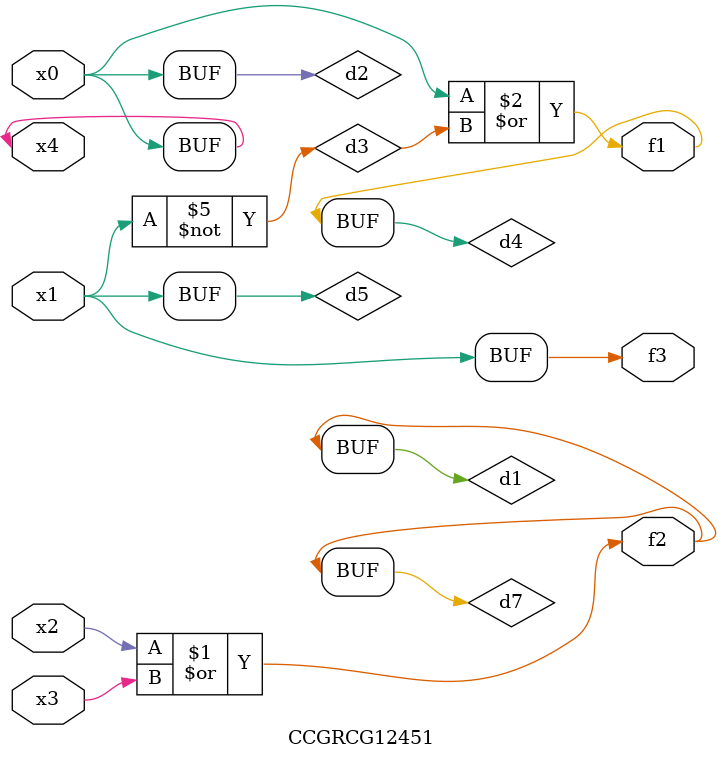
<source format=v>
module CCGRCG12451(
	input x0, x1, x2, x3, x4,
	output f1, f2, f3
);

	wire d1, d2, d3, d4, d5, d6, d7;

	or (d1, x2, x3);
	buf (d2, x0, x4);
	not (d3, x1);
	or (d4, d2, d3);
	not (d5, d3);
	nand (d6, d1, d3);
	or (d7, d1);
	assign f1 = d4;
	assign f2 = d7;
	assign f3 = d5;
endmodule

</source>
